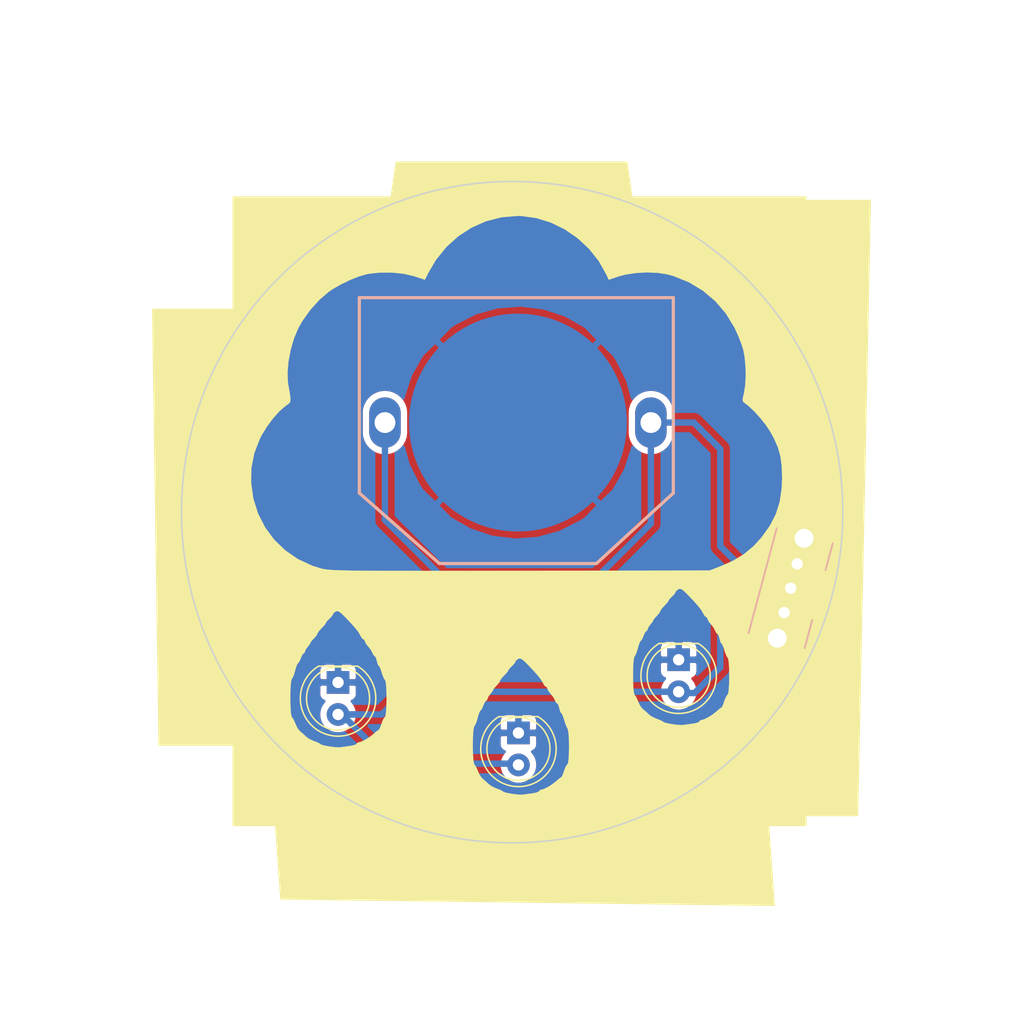
<source format=kicad_pcb>
(kicad_pcb (version 20171130) (host pcbnew "(5.1.8)-1")

  (general
    (thickness 1.6)
    (drawings 11)
    (tracks 22)
    (zones 0)
    (modules 6)
    (nets 5)
  )

  (page A4)
  (title_block
    (title "RainCloud Blinky")
  )

  (layers
    (0 F.Cu signal)
    (31 B.Cu signal)
    (32 B.Adhes user)
    (33 F.Adhes user)
    (34 B.Paste user)
    (35 F.Paste user)
    (36 B.SilkS user)
    (37 F.SilkS user)
    (38 B.Mask user)
    (39 F.Mask user)
    (40 Dwgs.User user)
    (41 Cmts.User user)
    (42 Eco1.User user)
    (43 Eco2.User user)
    (44 Edge.Cuts user)
    (45 Margin user)
    (46 B.CrtYd user)
    (47 F.CrtYd user)
    (48 B.Fab user)
    (49 F.Fab user)
  )

  (setup
    (last_trace_width 0.254)
    (user_trace_width 0.508)
    (trace_clearance 0.2)
    (zone_clearance 0.508)
    (zone_45_only no)
    (trace_min 0.254)
    (via_size 0.8)
    (via_drill 0.4)
    (via_min_size 0.4)
    (via_min_drill 0.3)
    (uvia_size 0.3)
    (uvia_drill 0.1)
    (uvias_allowed no)
    (uvia_min_size 0.2)
    (uvia_min_drill 0.1)
    (edge_width 0.05)
    (segment_width 0.2)
    (pcb_text_width 0.3)
    (pcb_text_size 1.5 1.5)
    (mod_edge_width 0.12)
    (mod_text_size 1 1)
    (mod_text_width 0.15)
    (pad_size 1.524 1.524)
    (pad_drill 0.762)
    (pad_to_mask_clearance 0.05)
    (aux_axis_origin 0 0)
    (visible_elements 7FFFFFFF)
    (pcbplotparams
      (layerselection 0x00020_7ffffffe)
      (usegerberextensions false)
      (usegerberattributes true)
      (usegerberadvancedattributes true)
      (creategerberjobfile true)
      (excludeedgelayer true)
      (linewidth 0.100000)
      (plotframeref false)
      (viasonmask false)
      (mode 1)
      (useauxorigin false)
      (hpglpennumber 1)
      (hpglpenspeed 20)
      (hpglpendiameter 15.000000)
      (psnegative false)
      (psa4output false)
      (plotreference true)
      (plotvalue true)
      (plotinvisibletext false)
      (padsonsilk false)
      (subtractmaskfromsilk true)
      (outputformat 1)
      (mirror false)
      (drillshape 0)
      (scaleselection 1)
      (outputdirectory "RainCloudGerbers/"))
  )

  (net 0 "")
  (net 1 VCC)
  (net 2 GND)
  (net 3 "Net-(SW1-Pad1)")
  (net 4 /LED+)

  (net_class Default "This is the default net class."
    (clearance 0.2)
    (trace_width 0.254)
    (via_dia 0.8)
    (via_drill 0.4)
    (uvia_dia 0.3)
    (uvia_drill 0.1)
    (diff_pair_width 0.254)
    (diff_pair_gap 0.25)
    (add_net /LED+)
    (add_net GND)
    (add_net "Net-(SW1-Pad1)")
    (add_net VCC)
  )

  (module RainCloud:NEGATIVE (layer F.Cu) (tedit 0) (tstamp 5FFD0158)
    (at 111.887 100.33)
    (fp_text reference G*** (at 0 0) (layer F.SilkS) hide
      (effects (font (size 1.524 1.524) (thickness 0.3)))
    )
    (fp_text value LOGO (at 0.75 0) (layer F.SilkS) hide
      (effects (font (size 1.524 1.524) (thickness 0.3)))
    )
    (fp_poly (pts (xy 22.749565 24.958261) (xy -22.749565 24.958261) (xy -22.749565 14.643632) (xy -18.169476 14.643632)
      (xy -18.166707 15.152429) (xy -18.15035 15.625469) (xy -18.120412 16.011508) (xy -18.076902 16.259307)
      (xy -18.044042 16.320473) (xy -17.933326 16.467939) (xy -17.805655 16.740176) (xy -17.768094 16.841305)
      (xy -17.618193 17.162296) (xy -17.437609 17.407836) (xy -17.393617 17.446076) (xy -17.14471 17.655538)
      (xy -16.951739 17.843889) (xy -16.701144 18.031169) (xy -16.362601 18.195581) (xy -16.289131 18.221426)
      (xy -15.99928 18.33179) (xy -15.810635 18.434483) (xy -15.784761 18.460061) (xy -15.647008 18.52585)
      (xy -15.359585 18.595388) (xy -14.993197 18.657655) (xy -14.618551 18.70163) (xy -14.306351 18.716294)
      (xy -14.19087 18.708487) (xy -13.949167 18.674536) (xy -13.598733 18.627568) (xy -13.445435 18.607524)
      (xy -13.139958 18.548394) (xy -12.950851 18.474195) (xy -12.92087 18.435842) (xy -12.888523 18.398414)
      (xy -3.702519 18.398414) (xy -3.69975 18.907212) (xy -3.683393 19.380251) (xy -3.653456 19.766291)
      (xy -3.609946 20.014089) (xy -3.577085 20.075255) (xy -3.46637 20.222722) (xy -3.338698 20.494959)
      (xy -3.301137 20.596087) (xy -3.151236 20.917079) (xy -2.970652 21.162619) (xy -2.926661 21.200858)
      (xy -2.677754 21.410321) (xy -2.484783 21.598672) (xy -2.234187 21.785951) (xy -1.895645 21.950364)
      (xy -1.822174 21.976208) (xy -1.532324 22.086573) (xy -1.343679 22.189266) (xy -1.317805 22.214844)
      (xy -1.180051 22.280633) (xy -0.892628 22.35017) (xy -0.52624 22.412437) (xy -0.151594 22.456413)
      (xy 0.160606 22.471076) (xy 0.276087 22.463269) (xy 0.51779 22.429319) (xy 0.868223 22.382351)
      (xy 1.021521 22.362306) (xy 1.326998 22.303176) (xy 1.516106 22.228978) (xy 1.546087 22.190625)
      (xy 1.631693 22.091575) (xy 1.66744 22.086957) (xy 1.917084 22.021894) (xy 2.258849 21.854575)
      (xy 2.61744 21.626809) (xy 2.886624 21.410038) (xy 3.113392 21.21335) (xy 3.272938 21.102241)
      (xy 3.300613 21.093044) (xy 3.373015 20.99732) (xy 3.471463 20.754619) (xy 3.520309 20.601788)
      (xy 3.632366 20.299891) (xy 3.748513 20.102827) (xy 3.792897 20.06802) (xy 3.847285 19.945879)
      (xy 3.887208 19.654858) (xy 3.912547 19.246479) (xy 3.923181 18.772266) (xy 3.918992 18.283742)
      (xy 3.899859 17.832431) (xy 3.865662 17.469853) (xy 3.816281 17.247534) (xy 3.799527 17.217191)
      (xy 3.699897 17.022154) (xy 3.585942 16.705569) (xy 3.536697 16.537609) (xy 3.439421 16.235125)
      (xy 3.348763 16.045578) (xy 3.310981 16.013044) (xy 3.237682 15.91665) (xy 3.165384 15.679399)
      (xy 3.154677 15.626522) (xy 3.082412 15.371711) (xy 2.998177 15.243588) (xy 2.984177 15.24)
      (xy 2.879534 15.148081) (xy 2.808622 14.991522) (xy 2.675279 14.735845) (xy 2.469875 14.479506)
      (xy 2.289786 14.256016) (xy 2.209019 14.073216) (xy 2.208695 14.065376) (xy 2.142582 13.928369)
      (xy 2.095893 13.914783) (xy 1.975992 13.824374) (xy 1.849427 13.611087) (xy 1.723315 13.381522)
      (xy 1.517649 13.102851) (xy 1.321553 12.876675) (xy 8.997481 12.876675) (xy 9.00025 13.385473)
      (xy 9.016607 13.858512) (xy 9.046544 14.244552) (xy 9.090054 14.49235) (xy 9.122915 14.553516)
      (xy 9.23363 14.700983) (xy 9.361302 14.97322) (xy 9.398863 15.074348) (xy 9.548764 15.39534)
      (xy 9.729348 15.64088) (xy 9.773339 15.679119) (xy 10.022246 15.888582) (xy 10.215217 16.076933)
      (xy 10.465813 16.264212) (xy 10.804355 16.428624) (xy 10.877826 16.454469) (xy 11.167676 16.564834)
      (xy 11.356321 16.667527) (xy 11.382195 16.693105) (xy 11.519949 16.758893) (xy 11.807372 16.828431)
      (xy 12.17376 16.890698) (xy 12.548406 16.934673) (xy 12.860606 16.949337) (xy 12.976087 16.94153)
      (xy 13.21779 16.907579) (xy 13.568223 16.860611) (xy 13.721521 16.840567) (xy 14.026998 16.781437)
      (xy 14.216106 16.707239) (xy 14.246087 16.668886) (xy 14.331693 16.569836) (xy 14.36744 16.565218)
      (xy 14.617084 16.500155) (xy 14.958849 16.332836) (xy 15.31744 16.10507) (xy 15.586624 15.888298)
      (xy 15.813392 15.69161) (xy 15.972938 15.580502) (xy 16.000613 15.571305) (xy 16.073015 15.475581)
      (xy 16.171463 15.23288) (xy 16.220309 15.080049) (xy 16.332368 14.778131) (xy 16.448517 14.581026)
      (xy 16.492897 14.546198) (xy 16.545752 14.42458) (xy 16.585264 14.133388) (xy 16.611278 13.723524)
      (xy 16.623639 13.245889) (xy 16.622191 12.751384) (xy 16.606779 12.29091) (xy 16.577249 11.915371)
      (xy 16.533444 11.675666) (xy 16.501824 11.619188) (xy 16.404972 11.473264) (xy 16.292494 11.191127)
      (xy 16.238994 11.01587) (xy 16.140442 10.713512) (xy 16.048983 10.523948) (xy 16.010981 10.491305)
      (xy 15.937682 10.394911) (xy 15.865384 10.15766) (xy 15.854677 10.104783) (xy 15.782412 9.849972)
      (xy 15.698177 9.721849) (xy 15.684177 9.718261) (xy 15.579534 9.626342) (xy 15.508622 9.469783)
      (xy 15.375279 9.214106) (xy 15.169875 8.957767) (xy 14.989786 8.734277) (xy 14.909019 8.551477)
      (xy 14.908695 8.543637) (xy 14.842582 8.40663) (xy 14.795893 8.393044) (xy 14.675992 8.302635)
      (xy 14.549427 8.089348) (xy 14.423315 7.859783) (xy 14.217649 7.581112) (xy 13.90763 7.223539)
      (xy 13.468455 6.757268) (xy 13.274471 6.557587) (xy 12.995979 6.289327) (xy 12.808513 6.16399)
      (xy 12.661905 6.154654) (xy 12.584253 6.187191) (xy 12.412207 6.322106) (xy 12.368695 6.409834)
      (xy 12.292637 6.549721) (xy 12.108011 6.743609) (xy 12.092608 6.757168) (xy 11.903312 6.946273)
      (xy 11.817037 7.080849) (xy 11.816521 7.086781) (xy 11.743403 7.212619) (xy 11.560634 7.418523)
      (xy 11.485217 7.492952) (xy 11.277492 7.716932) (xy 11.162206 7.890703) (xy 11.153913 7.924061)
      (xy 11.080364 8.071661) (xy 10.901145 8.277969) (xy 10.879734 8.298627) (xy 10.69357 8.49797)
      (xy 10.604817 8.637686) (xy 10.603647 8.64614) (xy 10.534023 8.782458) (xy 10.380869 8.970659)
      (xy 10.219898 9.189359) (xy 10.16 9.352563) (xy 10.098117 9.4857) (xy 10.058129 9.497392)
      (xy 9.960646 9.591482) (xy 9.849773 9.823801) (xy 9.828695 9.883913) (xy 9.72348 10.135806)
      (xy 9.626086 10.265663) (xy 9.610276 10.270435) (xy 9.53674 10.368241) (xy 9.444067 10.619916)
      (xy 9.381937 10.850218) (xy 9.283499 11.189581) (xy 9.179202 11.435037) (xy 9.122444 11.50873)
      (xy 9.070781 11.648147) (xy 9.032739 11.956771) (xy 9.008308 12.383361) (xy 8.997481 12.876675)
      (xy 1.321553 12.876675) (xy 1.20763 12.745278) (xy 0.768455 12.279007) (xy 0.574471 12.079326)
      (xy 0.295979 11.811066) (xy 0.108513 11.685729) (xy -0.038095 11.676393) (xy -0.115747 11.70893)
      (xy -0.287793 11.843845) (xy -0.331305 11.931573) (xy -0.407363 12.07146) (xy -0.591989 12.265349)
      (xy -0.607392 12.278907) (xy -0.796688 12.468012) (xy -0.882963 12.602588) (xy -0.883479 12.60852)
      (xy -0.956597 12.734358) (xy -1.139366 12.940262) (xy -1.214783 13.014691) (xy -1.422508 13.238671)
      (xy -1.537794 13.412442) (xy -1.546087 13.4458) (xy -1.619636 13.5934) (xy -1.798855 13.799708)
      (xy -1.820266 13.820366) (xy -2.00643 14.019709) (xy -2.095183 14.159425) (xy -2.096353 14.167879)
      (xy -2.165977 14.304197) (xy -2.319131 14.492398) (xy -2.480102 14.711098) (xy -2.54 14.874302)
      (xy -2.601883 15.007439) (xy -2.641871 15.019131) (xy -2.739354 15.113221) (xy -2.850227 15.34554)
      (xy -2.871305 15.405653) (xy -2.97652 15.657545) (xy -3.073914 15.787402) (xy -3.089724 15.792174)
      (xy -3.16326 15.88998) (xy -3.255933 16.141655) (xy -3.318063 16.371957) (xy -3.416501 16.71132)
      (xy -3.520798 16.956776) (xy -3.577556 17.030469) (xy -3.629219 17.169886) (xy -3.667261 17.47851)
      (xy -3.691692 17.9051) (xy -3.702519 18.398414) (xy -12.888523 18.398414) (xy -12.835264 18.336792)
      (xy -12.799516 18.332174) (xy -12.549873 18.267111) (xy -12.208107 18.099793) (xy -11.849517 17.872027)
      (xy -11.580333 17.655255) (xy -11.353564 17.458567) (xy -11.194018 17.347458) (xy -11.166344 17.338261)
      (xy -11.093941 17.242537) (xy -10.995493 16.999837) (xy -10.946647 16.847006) (xy -10.834588 16.545087)
      (xy -10.71844 16.347982) (xy -10.674059 16.313154) (xy -10.621204 16.191537) (xy -10.581692 15.900345)
      (xy -10.555678 15.490481) (xy -10.543318 15.012845) (xy -10.544766 14.51834) (xy -10.560177 14.057867)
      (xy -10.589708 13.682327) (xy -10.633513 13.442622) (xy -10.665132 13.386144) (xy -10.761985 13.240221)
      (xy -10.874462 12.958083) (xy -10.927963 12.782826) (xy -11.026514 12.480469) (xy -11.117974 12.290905)
      (xy -11.155975 12.258261) (xy -11.229274 12.161867) (xy -11.301573 11.924616) (xy -11.312279 11.87174)
      (xy -11.384544 11.616928) (xy -11.468779 11.488805) (xy -11.48278 11.485218) (xy -11.587422 11.393299)
      (xy -11.658335 11.23674) (xy -11.791677 10.981063) (xy -11.997081 10.724724) (xy -12.177171 10.501233)
      (xy -12.257938 10.318433) (xy -12.258261 10.310593) (xy -12.324374 10.173587) (xy -12.371064 10.16)
      (xy -12.490964 10.069591) (xy -12.61753 9.856305) (xy -12.743642 9.626739) (xy -12.949307 9.348068)
      (xy -13.259327 8.990496) (xy -13.698502 8.524225) (xy -13.892486 8.324543) (xy -14.170978 8.056284)
      (xy -14.358443 7.930947) (xy -14.505051 7.921611) (xy -14.582703 7.954147) (xy -14.754749 8.089062)
      (xy -14.798261 8.17679) (xy -14.87432 8.316678) (xy -15.058946 8.510566) (xy -15.074348 8.524124)
      (xy -15.263645 8.71323) (xy -15.349919 8.847806) (xy -15.350435 8.853738) (xy -15.423554 8.979575)
      (xy -15.606322 9.18548) (xy -15.681739 9.259909) (xy -15.889464 9.483889) (xy -16.004751 9.65766)
      (xy -16.013044 9.691017) (xy -16.086593 9.838618) (xy -16.265812 10.044926) (xy -16.287223 10.065583)
      (xy -16.473387 10.264926) (xy -16.56214 10.404643) (xy -16.56331 10.413096) (xy -16.632934 10.549415)
      (xy -16.786087 10.737616) (xy -16.947059 10.956315) (xy -17.006957 11.11952) (xy -17.068839 11.252657)
      (xy -17.108827 11.264348) (xy -17.206311 11.358438) (xy -17.317183 11.590758) (xy -17.338261 11.65087)
      (xy -17.443477 11.902763) (xy -17.54087 12.03262) (xy -17.55668 12.037392) (xy -17.630217 12.135198)
      (xy -17.722889 12.386873) (xy -17.785019 12.617174) (xy -17.883458 12.956537) (xy -17.987755 13.201994)
      (xy -18.044512 13.275687) (xy -18.096175 13.415103) (xy -18.134218 13.723727) (xy -18.158649 14.150317)
      (xy -18.169476 14.643632) (xy -22.749565 14.643632) (xy -22.749565 -2.263913) (xy -21.278463 -2.263913)
      (xy -21.100247 -0.998957) (xy -20.725396 0.188381) (xy -20.168772 1.279829) (xy -19.445235 2.257114)
      (xy -18.569647 3.101962) (xy -17.556869 3.796102) (xy -16.421761 4.32126) (xy -15.752193 4.531053)
      (xy -15.633718 4.56047) (xy -15.505272 4.586943) (xy -15.35534 4.610607) (xy -15.172408 4.631597)
      (xy -14.94496 4.650047) (xy -14.661481 4.666093) (xy -14.310456 4.679869) (xy -13.88037 4.691509)
      (xy -13.359707 4.70115) (xy -12.736954 4.708926) (xy -12.000595 4.714971) (xy -11.139114 4.719421)
      (xy -10.140997 4.72241) (xy -8.994729 4.724073) (xy -7.688795 4.724546) (xy -6.211679 4.723962)
      (xy -4.551867 4.722457) (xy -2.697843 4.720166) (xy -0.638092 4.717224) (xy 0.055217 4.716183)
      (xy 15.074348 4.693479) (xy 15.884934 4.38106) (xy 16.924128 3.920668) (xy 17.795354 3.394566)
      (xy 18.54946 2.767071) (xy 19.189562 2.062069) (xy 19.843931 1.146839) (xy 20.31609 0.227692)
      (xy 20.623002 -0.744591) (xy 20.781627 -1.819232) (xy 20.8135 -2.650434) (xy 20.784752 -3.569633)
      (xy 20.681001 -4.346924) (xy 20.483604 -5.053959) (xy 20.173918 -5.762387) (xy 19.851956 -6.345862)
      (xy 19.512057 -6.853149) (xy 19.083925 -7.391767) (xy 18.620962 -7.90178) (xy 18.176567 -8.323252)
      (xy 17.899408 -8.537351) (xy 17.753426 -8.646221) (xy 17.689036 -8.762418) (xy 17.69745 -8.951026)
      (xy 17.769879 -9.277127) (xy 17.788973 -9.355189) (xy 17.885093 -9.955188) (xy 17.925727 -10.685752)
      (xy 17.912202 -11.464008) (xy 17.845844 -12.207082) (xy 17.73366 -12.810434) (xy 17.598988 -13.233186)
      (xy 17.393927 -13.763151) (xy 17.153239 -14.313309) (xy 17.034739 -14.560055) (xy 16.359069 -15.675177)
      (xy 15.515972 -16.658077) (xy 14.526037 -17.492438) (xy 13.409854 -18.161941) (xy 12.188011 -18.650265)
      (xy 11.706087 -18.783517) (xy 10.962985 -18.900561) (xy 10.105046 -18.93348) (xy 9.220206 -18.885709)
      (xy 8.396397 -18.760684) (xy 7.923361 -18.635731) (xy 7.067157 -18.35542) (xy 6.883418 -18.757927)
      (xy 6.278182 -19.835039) (xy 5.507712 -20.804599) (xy 4.599429 -21.648495) (xy 3.580756 -22.348617)
      (xy 2.479111 -22.886852) (xy 1.321917 -23.24509) (xy 0.136594 -23.405218) (xy -0.163157 -23.412174)
      (xy -1.435041 -23.305007) (xy -2.654979 -22.991805) (xy -3.803418 -22.485014) (xy -4.860805 -21.79708)
      (xy -5.807584 -20.94045) (xy -6.624201 -19.927568) (xy -7.216766 -18.922568) (xy -7.502531 -18.353398)
      (xy -8.361918 -18.63347) (xy -9.176829 -18.824909) (xy -10.107321 -18.922081) (xy -11.067647 -18.921548)
      (xy -11.972059 -18.819877) (xy -12.147826 -18.785146) (xy -12.748648 -18.608537) (xy -13.443922 -18.32995)
      (xy -14.155888 -17.985705) (xy -14.806787 -17.612122) (xy -15.133461 -17.390619) (xy -15.882805 -16.744365)
      (xy -16.597313 -15.949589) (xy -17.217632 -15.077276) (xy -17.532559 -14.521427) (xy -17.867888 -13.727933)
      (xy -18.130861 -12.839724) (xy -18.309484 -11.92236) (xy -18.391761 -11.041402) (xy -18.365699 -10.262411)
      (xy -18.34192 -10.097497) (xy -18.242043 -9.519854) (xy -18.178458 -9.119345) (xy -18.156377 -8.85443)
      (xy -18.181008 -8.683573) (xy -18.25756 -8.565235) (xy -18.391244 -8.457878) (xy -18.562611 -8.337826)
      (xy -19.034954 -7.925608) (xy -19.535094 -7.366343) (xy -20.015762 -6.720705) (xy -20.429691 -6.049371)
      (xy -20.59255 -5.732119) (xy -21.027339 -4.600256) (xy -21.252982 -3.458658) (xy -21.278463 -2.263913)
      (xy -22.749565 -2.263913) (xy -22.749565 -24.95826) (xy 22.749565 -24.95826) (xy 22.749565 24.958261)) (layer F.SilkS) (width 0.01))
  )

  (module Button_Switch_THT:SW_CuK_OS102011MA1QN1_SPDT_Angled (layer B.Cu) (tedit 5A02FE31) (tstamp 5FA47977)
    (at 133.9 104.5 255)
    (descr "CuK miniature slide switch, OS series, SPDT, right angle, http://www.ckswitches.com/media/1428/os.pdf")
    (tags "switch SPDT")
    (path /5FA35B43)
    (fp_text reference SW1 (at 1.4 3.6 255) (layer B.SilkS) hide
      (effects (font (size 1 1) (thickness 0.15)) (justify mirror))
    )
    (fp_text value SW_SPDT (at 1.7 -7.7 255) (layer B.Fab)
      (effects (font (size 1 1) (thickness 0.15)) (justify mirror))
    )
    (fp_line (start -2.3 2.2) (end 6.3 2.2) (layer B.Fab) (width 0.1))
    (fp_line (start -2.3 2.2) (end -2.3 -2.2) (layer B.Fab) (width 0.1))
    (fp_line (start -2.3 -2.2) (end 6.3 -2.2) (layer B.Fab) (width 0.1))
    (fp_line (start 6.3 -2.2) (end 6.3 2.2) (layer B.Fab) (width 0.1))
    (fp_line (start 2 -2.2) (end 2 -6.2) (layer B.Fab) (width 0.1))
    (fp_line (start 2 -6.2) (end 0 -6.2) (layer B.Fab) (width 0.1))
    (fp_line (start 0 -6.2) (end 0 -2.2) (layer B.Fab) (width 0.1))
    (fp_line (start -2.3 2.3) (end 6.3 2.3) (layer B.SilkS) (width 0.15))
    (fp_line (start -2.3 -2.3) (end -0.1 -2.3) (layer B.SilkS) (width 0.15))
    (fp_line (start 4 -2.3) (end 6.3 -2.3) (layer B.SilkS) (width 0.15))
    (fp_line (start 7.7 2.7) (end 7.7 -6.7) (layer B.CrtYd) (width 0.05))
    (fp_line (start 7.7 -6.7) (end -3.7 -6.7) (layer B.CrtYd) (width 0.05))
    (fp_line (start -3.7 -6.7) (end -3.7 2.7) (layer B.CrtYd) (width 0.05))
    (fp_line (start -3.7 2.7) (end 7.7 2.7) (layer B.CrtYd) (width 0.05))
    (fp_text user %R (at 2.3 -1.7 255) (layer B.Fab)
      (effects (font (size 0.5 0.5) (thickness 0.1)) (justify mirror))
    )
    (pad "" thru_hole oval (at 6.1 0 255) (size 2.2 3.5) (drill 1.5) (layers *.Cu *.Mask))
    (pad "" thru_hole oval (at -2.1 0 255) (size 2.2 3.5) (drill 1.5) (layers *.Cu *.Mask))
    (pad 3 thru_hole oval (at 4 0 255) (size 1.5 2.5) (drill 0.9) (layers *.Cu *.Mask)
      (net 4 /LED+))
    (pad 2 thru_hole oval (at 2 0 255) (size 1.5 2.5) (drill 0.9) (layers *.Cu *.Mask)
      (net 1 VCC))
    (pad 1 thru_hole rect (at 0 0 255) (size 1.5 2.5) (drill 0.9) (layers *.Cu *.Mask)
      (net 3 "Net-(SW1-Pad1)"))
    (model ${KISYS3DMOD}/Button_Switch_THT.3dshapes/SW_CuK_OS102011MA1QN1_SPDT_Angled.wrl
      (at (xyz 0 0 0))
      (scale (xyz 1 1 1))
      (rotate (xyz 0 0 0))
    )
    (model "C:/Users/robyn/Downloads/sk-12d07-1p2t-1.snapshot.1/3Pins SPDT switch SK-12D07 1P2T.step"
      (offset (xyz -2.4 -2.3 4.5))
      (scale (xyz 1 1 1))
      (rotate (xyz 0 0 0))
    )
  )

  (module BlinkyBadge:BatteryHolder_MPD_BK888_2032_THRU (layer B.Cu) (tedit 5FA46AA5) (tstamp 5FA47934)
    (at 122.3 93.3 180)
    (path /5FA34E43)
    (fp_text reference BT1 (at 0 11.176) (layer B.SilkS) hide
      (effects (font (size 1 1) (thickness 0.15)) (justify mirror))
    )
    (fp_text value Battery_Cell (at -6.096 17.018) (layer B.Fab)
      (effects (font (size 1 1) (thickness 0.15)) (justify mirror))
    )
    (fp_line (start 4.318 -11.176) (end 16.764 -11.176) (layer B.SilkS) (width 0.254))
    (fp_line (start 4.318 -11.176) (end -1.778 -5.588) (layer B.SilkS) (width 0.254))
    (fp_line (start 16.764 -11.176) (end 23.114 -5.588) (layer B.SilkS) (width 0.254))
    (fp_line (start -1.778 9.906) (end 23.114 9.906) (layer B.SilkS) (width 0.254))
    (fp_line (start 23.114 9.906) (end 23.114 -5.588) (layer B.SilkS) (width 0.254))
    (fp_line (start -1.778 9.906) (end -1.778 -5.588) (layer B.SilkS) (width 0.254))
    (pad 1 thru_hole oval (at 0 0 180) (size 2.5 4) (drill 1.65) (layers *.Cu *.Mask)
      (net 1 VCC))
    (pad 1 thru_hole oval (at 21.082 0 180) (size 2.5 4) (drill 1.65) (layers *.Cu *.Mask)
      (net 1 VCC))
    (pad 2 smd circle (at 10.541 0 180) (size 17.272 17.272) (layers B.Cu B.Paste B.Mask)
      (net 2 GND))
    (model ${KISYS3DMOD}/Battery.3dshapes/BK-888.STEP
      (offset (xyz 10.5 -0.5 0))
      (scale (xyz 1 1 1))
      (rotate (xyz -90 0 180))
    )
  )

  (module LED_THT:LED_D5.0mm (layer F.Cu) (tedit 5995936A) (tstamp 5FA47946)
    (at 97.5 113.9 270)
    (descr "LED, diameter 5.0mm, 2 pins, http://cdn-reichelt.de/documents/datenblatt/A500/LL-504BC2E-009.pdf")
    (tags "LED diameter 5.0mm 2 pins")
    (path /5FA33C39)
    (fp_text reference D1 (at 1.27 -3.96 90) (layer F.SilkS) hide
      (effects (font (size 1 1) (thickness 0.15)))
    )
    (fp_text value LED (at 1.27 3.96 90) (layer F.Fab)
      (effects (font (size 1 1) (thickness 0.15)))
    )
    (fp_line (start 4.5 -3.25) (end -1.95 -3.25) (layer F.CrtYd) (width 0.05))
    (fp_line (start 4.5 3.25) (end 4.5 -3.25) (layer F.CrtYd) (width 0.05))
    (fp_line (start -1.95 3.25) (end 4.5 3.25) (layer F.CrtYd) (width 0.05))
    (fp_line (start -1.95 -3.25) (end -1.95 3.25) (layer F.CrtYd) (width 0.05))
    (fp_line (start -1.29 -1.545) (end -1.29 1.545) (layer F.SilkS) (width 0.12))
    (fp_line (start -1.23 -1.469694) (end -1.23 1.469694) (layer F.Fab) (width 0.1))
    (fp_circle (center 1.27 0) (end 3.77 0) (layer F.SilkS) (width 0.12))
    (fp_circle (center 1.27 0) (end 3.77 0) (layer F.Fab) (width 0.1))
    (fp_arc (start 1.27 0) (end -1.23 -1.469694) (angle 299.1) (layer F.Fab) (width 0.1))
    (fp_arc (start 1.27 0) (end -1.29 -1.54483) (angle 148.9) (layer F.SilkS) (width 0.12))
    (fp_arc (start 1.27 0) (end -1.29 1.54483) (angle -148.9) (layer F.SilkS) (width 0.12))
    (fp_text user %R (at 1.25 0 90) (layer F.Fab)
      (effects (font (size 0.8 0.8) (thickness 0.2)))
    )
    (pad 1 thru_hole rect (at 0 0 270) (size 1.8 1.8) (drill 0.9) (layers *.Cu *.Mask)
      (net 2 GND))
    (pad 2 thru_hole circle (at 2.54 0 270) (size 1.8 1.8) (drill 0.9) (layers *.Cu *.Mask)
      (net 4 /LED+))
    (model ${KISYS3DMOD}/LED_THT.3dshapes/LED_D5.0mm.wrl
      (at (xyz 0 0 0))
      (scale (xyz 1 1 1))
      (rotate (xyz 0 0 0))
    )
  )

  (module LED_THT:LED_D5.0mm (layer F.Cu) (tedit 5995936A) (tstamp 5FA47958)
    (at 111.8 117.9 270)
    (descr "LED, diameter 5.0mm, 2 pins, http://cdn-reichelt.de/documents/datenblatt/A500/LL-504BC2E-009.pdf")
    (tags "LED diameter 5.0mm 2 pins")
    (path /5FA3DB03)
    (fp_text reference D2 (at 1.27 -3.96 90) (layer F.SilkS) hide
      (effects (font (size 1 1) (thickness 0.15)))
    )
    (fp_text value LED (at 1.27 3.96 90) (layer F.Fab)
      (effects (font (size 1 1) (thickness 0.15)))
    )
    (fp_line (start 4.5 -3.25) (end -1.95 -3.25) (layer F.CrtYd) (width 0.05))
    (fp_line (start 4.5 3.25) (end 4.5 -3.25) (layer F.CrtYd) (width 0.05))
    (fp_line (start -1.95 3.25) (end 4.5 3.25) (layer F.CrtYd) (width 0.05))
    (fp_line (start -1.95 -3.25) (end -1.95 3.25) (layer F.CrtYd) (width 0.05))
    (fp_line (start -1.29 -1.545) (end -1.29 1.545) (layer F.SilkS) (width 0.12))
    (fp_line (start -1.23 -1.469694) (end -1.23 1.469694) (layer F.Fab) (width 0.1))
    (fp_circle (center 1.27 0) (end 3.77 0) (layer F.SilkS) (width 0.12))
    (fp_circle (center 1.27 0) (end 3.77 0) (layer F.Fab) (width 0.1))
    (fp_arc (start 1.27 0) (end -1.23 -1.469694) (angle 299.1) (layer F.Fab) (width 0.1))
    (fp_arc (start 1.27 0) (end -1.29 -1.54483) (angle 148.9) (layer F.SilkS) (width 0.12))
    (fp_arc (start 1.27 0) (end -1.29 1.54483) (angle -148.9) (layer F.SilkS) (width 0.12))
    (fp_text user %R (at 1.25 0 90) (layer F.Fab)
      (effects (font (size 0.8 0.8) (thickness 0.2)))
    )
    (pad 1 thru_hole rect (at 0 0 270) (size 1.8 1.8) (drill 0.9) (layers *.Cu *.Mask)
      (net 2 GND))
    (pad 2 thru_hole circle (at 2.54 0 270) (size 1.8 1.8) (drill 0.9) (layers *.Cu *.Mask)
      (net 4 /LED+))
    (model ${KISYS3DMOD}/LED_THT.3dshapes/LED_D5.0mm.wrl
      (at (xyz 0 0 0))
      (scale (xyz 1 1 1))
      (rotate (xyz 0 0 0))
    )
  )

  (module LED_THT:LED_D5.0mm (layer F.Cu) (tedit 5995936A) (tstamp 5FA4796A)
    (at 124.5 112.1 270)
    (descr "LED, diameter 5.0mm, 2 pins, http://cdn-reichelt.de/documents/datenblatt/A500/LL-504BC2E-009.pdf")
    (tags "LED diameter 5.0mm 2 pins")
    (path /5FA34798)
    (fp_text reference D3 (at 1.27 -3.96 90) (layer F.SilkS) hide
      (effects (font (size 1 1) (thickness 0.15)))
    )
    (fp_text value LED (at 1.27 3.96 90) (layer F.Fab)
      (effects (font (size 1 1) (thickness 0.15)))
    )
    (fp_circle (center 1.27 0) (end 3.77 0) (layer F.Fab) (width 0.1))
    (fp_circle (center 1.27 0) (end 3.77 0) (layer F.SilkS) (width 0.12))
    (fp_line (start -1.23 -1.469694) (end -1.23 1.469694) (layer F.Fab) (width 0.1))
    (fp_line (start -1.29 -1.545) (end -1.29 1.545) (layer F.SilkS) (width 0.12))
    (fp_line (start -1.95 -3.25) (end -1.95 3.25) (layer F.CrtYd) (width 0.05))
    (fp_line (start -1.95 3.25) (end 4.5 3.25) (layer F.CrtYd) (width 0.05))
    (fp_line (start 4.5 3.25) (end 4.5 -3.25) (layer F.CrtYd) (width 0.05))
    (fp_line (start 4.5 -3.25) (end -1.95 -3.25) (layer F.CrtYd) (width 0.05))
    (fp_text user %R (at 1.25 0 90) (layer F.Fab)
      (effects (font (size 0.8 0.8) (thickness 0.2)))
    )
    (fp_arc (start 1.27 0) (end -1.29 1.54483) (angle -148.9) (layer F.SilkS) (width 0.12))
    (fp_arc (start 1.27 0) (end -1.29 -1.54483) (angle 148.9) (layer F.SilkS) (width 0.12))
    (fp_arc (start 1.27 0) (end -1.23 -1.469694) (angle 299.1) (layer F.Fab) (width 0.1))
    (pad 2 thru_hole circle (at 2.54 0 270) (size 1.8 1.8) (drill 0.9) (layers *.Cu *.Mask)
      (net 4 /LED+))
    (pad 1 thru_hole rect (at 0 0 270) (size 1.8 1.8) (drill 0.9) (layers *.Cu *.Mask)
      (net 2 GND))
    (model ${KISYS3DMOD}/LED_THT.3dshapes/LED_D5.0mm.wrl
      (at (xyz 0 0 0))
      (scale (xyz 1 1 1))
      (rotate (xyz 0 0 0))
    )
  )

  (gr_circle (center 111.3 100.4) (end 144.4 100.4) (layer Eco1.User) (width 15))
  (gr_poly (pts (xy 120.904 76.2) (xy 101.6 76.2) (xy 102.108 72.644) (xy 120.396 72.644)) (layer F.SilkS) (width 0.1))
  (gr_poly (pts (xy 89.408 118.872) (xy 83.312 118.872) (xy 82.804 84.328) (xy 89.408 84.328)) (layer F.SilkS) (width 0.1))
  (gr_poly (pts (xy 131.572 124.46) (xy 132.08 131.572) (xy 92.964 131.064) (xy 92.456 123.952)) (layer F.SilkS) (width 0.1))
  (gr_poly (pts (xy 138.684 124.46) (xy 133.604 124.46) (xy 134.112 75.692) (xy 139.7 75.692)) (layer F.SilkS) (width 0.1))
  (gr_poly (pts (xy 114.4 100.9) (xy 113.9 101.6) (xy 113.1 102) (xy 112.3 102.2) (xy 111.3 102) (xy 110.7 101.7) (xy 110 100.9) (xy 109.7 100.2) (xy 109.7 99.5) (xy 114.9 99.5)) (layer F.Mask) (width 0.1))
  (gr_circle (center 121.7 93.795045) (end 125.904955 93.795045) (layer F.Mask) (width 1.016) (tstamp 5FAB07E4))
  (gr_arc (start 112.2 99.5) (end 109.6 99.5) (angle -180) (layer F.Mask) (width 0.635))
  (gr_line (start 109.6 99.5) (end 114.8 99.5) (layer F.Mask) (width 0.635))
  (gr_circle (center 100.7 93.795045) (end 104.904955 93.795045) (layer F.Mask) (width 1.016))
  (gr_circle (center 111.3 100.4) (end 137.5128 100.4) (layer Edge.Cuts) (width 0.127))

  (segment (start 127.8 103.1) (end 130.632695 105.932695) (width 0.508) (layer B.Cu) (net 1))
  (segment (start 122.3 93.3) (end 125.7 93.3) (width 0.508) (layer B.Cu) (net 1))
  (segment (start 130.632695 105.932695) (end 133.382362 106.431852) (width 0.508) (layer B.Cu) (net 1))
  (segment (start 127.8 95.4) (end 127.8 103.1) (width 0.508) (layer B.Cu) (net 1))
  (segment (start 125.7 93.3) (end 127.8 95.4) (width 0.508) (layer B.Cu) (net 1))
  (segment (start 122.3 101.3) (end 122.3 93.3) (width 0.508) (layer B.Cu) (net 1))
  (segment (start 118 105.6) (end 122.3 101.3) (width 0.508) (layer B.Cu) (net 1))
  (segment (start 105.8 105.6) (end 118 105.6) (width 0.508) (layer B.Cu) (net 1))
  (segment (start 101.218 93.3) (end 101.218 101.018) (width 0.508) (layer B.Cu) (net 1))
  (segment (start 101.218 101.018) (end 105.8 105.6) (width 0.508) (layer B.Cu) (net 1))
  (segment (start 101.7 120.34) (end 97.6 116.24) (width 0.508) (layer B.Cu) (net 4))
  (segment (start 112 120.34) (end 101.7 120.34) (width 0.508) (layer B.Cu) (net 4))
  (segment (start 125.76 114.74) (end 124.5 114.74) (width 0.508) (layer B.Cu) (net 4))
  (segment (start 127.8 112.7) (end 125.76 114.74) (width 0.508) (layer B.Cu) (net 4))
  (segment (start 127.8 109.5) (end 127.8 112.7) (width 0.508) (layer B.Cu) (net 4))
  (segment (start 132.864724 108.363703) (end 128.936297 108.363703) (width 0.508) (layer B.Cu) (net 4))
  (segment (start 124.5 114.74) (end 124.46 114.74) (width 0.508) (layer B.Cu) (net 4))
  (segment (start 128.936297 108.363703) (end 127.8 109.5) (width 0.508) (layer B.Cu) (net 4))
  (segment (start 99.46 116.44) (end 97.5 116.44) (width 0.508) (layer B.Cu) (net 4))
  (segment (start 124.5 114.64) (end 102.76 114.64) (width 0.508) (layer B.Cu) (net 4))
  (segment (start 100.96 116.44) (end 97.5 116.44) (width 0.508) (layer B.Cu) (net 4))
  (segment (start 102.76 114.64) (end 100.96 116.44) (width 0.508) (layer B.Cu) (net 4))

  (zone (net 2) (net_name GND) (layer B.Cu) (tstamp 5FFCB727) (hatch edge 0.508)
    (connect_pads (clearance 0.508))
    (min_thickness 0.254)
    (fill yes (arc_segments 32) (thermal_gap 0.508) (thermal_bridge_width 0.508))
    (polygon
      (pts
        (xy 142.7 131.4) (xy 81.1 131.5) (xy 81.2 73.7) (xy 141.2 73.4)
      )
    )
    (filled_polygon
      (pts
        (xy 114.298884 75.062553) (xy 116.277593 75.37595) (xy 118.225613 75.843628) (xy 120.130934 76.462705) (xy 121.98181 77.229363)
        (xy 123.766829 78.138875) (xy 125.474986 79.185635) (xy 127.095749 80.363188) (xy 128.619126 81.664275) (xy 130.035725 83.080874)
        (xy 131.336812 84.604251) (xy 132.514365 86.225014) (xy 133.561125 87.933171) (xy 134.470637 89.71819) (xy 135.237295 91.569066)
        (xy 135.856372 93.474387) (xy 136.32405 95.422407) (xy 136.637447 97.401116) (xy 136.794629 99.398313) (xy 136.794629 101.401687)
        (xy 136.736485 102.140474) (xy 136.722243 102.079392) (xy 136.581195 101.76809) (xy 136.382124 101.490288) (xy 136.132681 101.25666)
        (xy 135.842453 101.076185) (xy 135.602742 100.985965) (xy 134.182396 100.605385) (xy 133.92969 100.563663) (xy 133.588109 100.574846)
        (xy 133.255272 100.652453) (xy 132.94397 100.793501) (xy 132.666168 100.992572) (xy 132.43254 101.242014) (xy 132.252066 101.532242)
        (xy 132.131679 101.852102) (xy 132.076007 102.189302) (xy 132.08719 102.530883) (xy 132.164797 102.86372) (xy 132.305845 103.175022)
        (xy 132.310195 103.181093) (xy 132.270377 103.286887) (xy 131.882148 104.735776) (xy 131.861772 104.859189) (xy 131.865865 104.984206)
        (xy 131.894268 105.106023) (xy 131.945892 105.219957) (xy 131.976127 105.26215) (xy 131.967406 105.271461) (xy 131.064853 105.107617)
        (xy 128.689 102.731765) (xy 128.689 95.443659) (xy 128.6933 95.399999) (xy 128.689 95.356334) (xy 128.689 95.356333)
        (xy 128.676136 95.225726) (xy 128.676136 95.225724) (xy 128.625302 95.058147) (xy 128.621589 95.0512) (xy 128.542753 94.903709)
        (xy 128.431659 94.768341) (xy 128.397743 94.740507) (xy 126.359499 92.702264) (xy 126.331659 92.668341) (xy 126.196291 92.557247)
        (xy 126.041851 92.474697) (xy 125.874274 92.423864) (xy 125.743667 92.411) (xy 125.74366 92.411) (xy 125.7 92.4067)
        (xy 125.65634 92.411) (xy 124.18043 92.411) (xy 124.157725 92.180476) (xy 124.049939 91.825152) (xy 123.874903 91.497683)
        (xy 123.639345 91.210655) (xy 123.352317 90.975097) (xy 123.024848 90.800061) (xy 122.669524 90.692275) (xy 122.3 90.65588)
        (xy 121.930477 90.692275) (xy 121.575153 90.800061) (xy 121.247684 90.975097) (xy 120.960656 91.210655) (xy 120.840241 91.357381)
        (xy 120.454288 89.956772) (xy 119.634979 88.324645) (xy 119.369636 87.92753) (xy 118.323233 86.915372) (xy 111.938605 93.3)
        (xy 118.323233 99.684628) (xy 119.369636 98.67247) (xy 120.271516 97.084478) (xy 120.846265 95.351051) (xy 120.857189 95.263271)
        (xy 120.960655 95.389345) (xy 121.247683 95.624903) (xy 121.411001 95.712198) (xy 121.411 100.931765) (xy 117.631765 104.711)
        (xy 106.168236 104.711) (xy 102.107 100.649765) (xy 102.107 99.864233) (xy 105.374372 99.864233) (xy 106.38653 100.910636)
        (xy 107.974522 101.812516) (xy 109.707949 102.387265) (xy 111.520197 102.612796) (xy 113.341622 102.480442) (xy 115.102228 101.995288)
        (xy 116.734355 101.175979) (xy 117.13147 100.910636) (xy 118.143628 99.864233) (xy 111.759 93.479605) (xy 105.374372 99.864233)
        (xy 102.107 99.864233) (xy 102.107 95.712198) (xy 102.270317 95.624903) (xy 102.557345 95.389345) (xy 102.677759 95.24262)
        (xy 103.063712 96.643228) (xy 103.883021 98.275355) (xy 104.148364 98.67247) (xy 105.194767 99.684628) (xy 111.579395 93.3)
        (xy 105.194767 86.915372) (xy 104.148364 87.92753) (xy 103.246484 89.515522) (xy 102.671735 91.248949) (xy 102.660811 91.336729)
        (xy 102.557345 91.210655) (xy 102.270317 90.975097) (xy 101.942848 90.800061) (xy 101.587524 90.692275) (xy 101.218 90.65588)
        (xy 100.848477 90.692275) (xy 100.493153 90.800061) (xy 100.165684 90.975097) (xy 99.878656 91.210655) (xy 99.643098 91.497683)
        (xy 99.468062 91.825152) (xy 99.360275 92.180476) (xy 99.333 92.457403) (xy 99.333 94.142596) (xy 99.360275 94.419523)
        (xy 99.468061 94.774847) (xy 99.643097 95.102317) (xy 99.878655 95.389345) (xy 100.165683 95.624903) (xy 100.329 95.712198)
        (xy 100.329001 100.97433) (xy 100.3247 101.018) (xy 100.341864 101.192274) (xy 100.392698 101.359852) (xy 100.462418 101.490288)
        (xy 100.475248 101.514291) (xy 100.586342 101.649659) (xy 100.620259 101.677494) (xy 105.140506 106.197742) (xy 105.168341 106.231659)
        (xy 105.303709 106.342753) (xy 105.458149 106.425303) (xy 105.574892 106.460716) (xy 105.625725 106.476136) (xy 105.8 106.493301)
        (xy 105.843668 106.489) (xy 117.95634 106.489) (xy 118 106.4933) (xy 118.04366 106.489) (xy 118.043667 106.489)
        (xy 118.174274 106.476136) (xy 118.341851 106.425303) (xy 118.496291 106.342753) (xy 118.631659 106.231659) (xy 118.659499 106.197736)
        (xy 122.897737 101.959498) (xy 122.931659 101.931659) (xy 123.042753 101.796291) (xy 123.125303 101.641851) (xy 123.158552 101.532242)
        (xy 123.176136 101.474276) (xy 123.183285 101.401687) (xy 123.189 101.343667) (xy 123.189 101.343661) (xy 123.1933 101.300001)
        (xy 123.189 101.256341) (xy 123.189 95.712198) (xy 123.352317 95.624903) (xy 123.639345 95.389345) (xy 123.874903 95.102317)
        (xy 124.049939 94.774848) (xy 124.157725 94.419524) (xy 124.18043 94.189) (xy 125.331765 94.189) (xy 126.911 95.768236)
        (xy 126.911001 103.05633) (xy 126.9067 103.1) (xy 126.923864 103.274274) (xy 126.974698 103.441852) (xy 127.040755 103.565435)
        (xy 127.057248 103.596291) (xy 127.168342 103.731659) (xy 127.202259 103.759494) (xy 129.97849 106.535725) (xy 130.011719 106.574859)
        (xy 130.074457 106.62461) (xy 130.136403 106.675447) (xy 130.14304 106.678995) (xy 130.148931 106.683666) (xy 130.220171 106.720222)
        (xy 130.290843 106.757997) (xy 130.298043 106.760181) (xy 130.304733 106.763614) (xy 130.381744 106.785572) (xy 130.45842 106.808831)
        (xy 130.509522 106.813864) (xy 131.688475 107.027884) (xy 131.685912 107.029045) (xy 131.46415 107.187956) (xy 131.277652 107.387079)
        (xy 131.223163 107.474703) (xy 128.979957 107.474703) (xy 128.936297 107.470403) (xy 128.892637 107.474703) (xy 128.89263 107.474703)
        (xy 128.778622 107.485932) (xy 128.762022 107.487567) (xy 128.711189 107.502987) (xy 128.594446 107.5384) (xy 128.440006 107.62095)
        (xy 128.304638 107.732044) (xy 128.276802 107.765962) (xy 127.202264 108.840501) (xy 127.168341 108.868341) (xy 127.057247 109.00371)
        (xy 126.974697 109.15815) (xy 126.923864 109.325727) (xy 126.911 109.456334) (xy 126.911 109.45634) (xy 126.9067 109.5)
        (xy 126.911 109.54366) (xy 126.911001 112.331763) (xy 125.979072 113.263692) (xy 125.989502 113.24418) (xy 126.025812 113.124482)
        (xy 126.038072 113) (xy 126.035 112.38575) (xy 125.87625 112.227) (xy 124.627 112.227) (xy 124.627 112.247)
        (xy 124.373 112.247) (xy 124.373 112.227) (xy 123.12375 112.227) (xy 122.965 112.38575) (xy 122.961928 113)
        (xy 122.974188 113.124482) (xy 123.010498 113.24418) (xy 123.069463 113.354494) (xy 123.148815 113.451185) (xy 123.245506 113.530537)
        (xy 123.35582 113.589502) (xy 123.374127 113.595056) (xy 123.307688 113.661495) (xy 123.247883 113.751) (xy 102.803659 113.751)
        (xy 102.759999 113.7467) (xy 102.716339 113.751) (xy 102.716333 113.751) (xy 102.618924 113.760594) (xy 102.585724 113.763864)
        (xy 102.484058 113.794704) (xy 102.418149 113.814697) (xy 102.263709 113.897247) (xy 102.128341 114.008341) (xy 102.100501 114.042264)
        (xy 100.591765 115.551) (xy 98.752117 115.551) (xy 98.692312 115.461495) (xy 98.625873 115.395056) (xy 98.64418 115.389502)
        (xy 98.754494 115.330537) (xy 98.851185 115.251185) (xy 98.930537 115.154494) (xy 98.989502 115.04418) (xy 99.025812 114.924482)
        (xy 99.038072 114.8) (xy 99.035 114.18575) (xy 98.87625 114.027) (xy 97.627 114.027) (xy 97.627 114.047)
        (xy 97.373 114.047) (xy 97.373 114.027) (xy 96.12375 114.027) (xy 95.965 114.18575) (xy 95.961928 114.8)
        (xy 95.974188 114.924482) (xy 96.010498 115.04418) (xy 96.069463 115.154494) (xy 96.148815 115.251185) (xy 96.245506 115.330537)
        (xy 96.35582 115.389502) (xy 96.374127 115.395056) (xy 96.307688 115.461495) (xy 96.139701 115.712905) (xy 96.023989 115.992257)
        (xy 95.965 116.288816) (xy 95.965 116.591184) (xy 96.023989 116.887743) (xy 96.139701 117.167095) (xy 96.307688 117.418505)
        (xy 96.521495 117.632312) (xy 96.772905 117.800299) (xy 97.052257 117.916011) (xy 97.348816 117.975) (xy 97.651184 117.975)
        (xy 97.947743 117.916011) (xy 97.997971 117.895206) (xy 101.040506 120.937742) (xy 101.068341 120.971659) (xy 101.203709 121.082753)
        (xy 101.358149 121.165303) (xy 101.474892 121.200716) (xy 101.525725 121.216136) (xy 101.7 121.233301) (xy 101.743668 121.229)
        (xy 110.481065 121.229) (xy 110.607688 121.418505) (xy 110.821495 121.632312) (xy 111.072905 121.800299) (xy 111.352257 121.916011)
        (xy 111.648816 121.975) (xy 111.951184 121.975) (xy 112.247743 121.916011) (xy 112.527095 121.800299) (xy 112.778505 121.632312)
        (xy 112.992312 121.418505) (xy 113.160299 121.167095) (xy 113.276011 120.887743) (xy 113.335 120.591184) (xy 113.335 120.288816)
        (xy 113.276011 119.992257) (xy 113.160299 119.712905) (xy 112.992312 119.461495) (xy 112.925873 119.395056) (xy 112.94418 119.389502)
        (xy 113.054494 119.330537) (xy 113.151185 119.251185) (xy 113.230537 119.154494) (xy 113.289502 119.04418) (xy 113.325812 118.924482)
        (xy 113.338072 118.8) (xy 113.335 118.18575) (xy 113.17625 118.027) (xy 111.927 118.027) (xy 111.927 118.047)
        (xy 111.673 118.047) (xy 111.673 118.027) (xy 110.42375 118.027) (xy 110.265 118.18575) (xy 110.261928 118.8)
        (xy 110.274188 118.924482) (xy 110.310498 119.04418) (xy 110.369463 119.154494) (xy 110.448815 119.251185) (xy 110.545506 119.330537)
        (xy 110.65582 119.389502) (xy 110.674127 119.395056) (xy 110.618183 119.451) (xy 102.068236 119.451) (xy 99.946235 117.329)
        (xy 100.91634 117.329) (xy 100.96 117.3333) (xy 101.00366 117.329) (xy 101.003667 117.329) (xy 101.134274 117.316136)
        (xy 101.301851 117.265303) (xy 101.456291 117.182753) (xy 101.591659 117.071659) (xy 101.619499 117.037736) (xy 101.657235 117)
        (xy 110.261928 117) (xy 110.265 117.61425) (xy 110.42375 117.773) (xy 111.673 117.773) (xy 111.673 116.52375)
        (xy 111.927 116.52375) (xy 111.927 117.773) (xy 113.17625 117.773) (xy 113.335 117.61425) (xy 113.338072 117)
        (xy 113.325812 116.875518) (xy 113.289502 116.75582) (xy 113.230537 116.645506) (xy 113.151185 116.548815) (xy 113.054494 116.469463)
        (xy 112.94418 116.410498) (xy 112.824482 116.374188) (xy 112.7 116.361928) (xy 112.08575 116.365) (xy 111.927 116.52375)
        (xy 111.673 116.52375) (xy 111.51425 116.365) (xy 110.9 116.361928) (xy 110.775518 116.374188) (xy 110.65582 116.410498)
        (xy 110.545506 116.469463) (xy 110.448815 116.548815) (xy 110.369463 116.645506) (xy 110.310498 116.75582) (xy 110.274188 116.875518)
        (xy 110.261928 117) (xy 101.657235 117) (xy 103.128235 115.529) (xy 123.247883 115.529) (xy 123.307688 115.618505)
        (xy 123.521495 115.832312) (xy 123.772905 116.000299) (xy 124.052257 116.116011) (xy 124.348816 116.175) (xy 124.651184 116.175)
        (xy 124.947743 116.116011) (xy 125.227095 116.000299) (xy 125.478505 115.832312) (xy 125.681817 115.629) (xy 125.71634 115.629)
        (xy 125.76 115.6333) (xy 125.80366 115.629) (xy 125.803667 115.629) (xy 125.934274 115.616136) (xy 126.101851 115.565303)
        (xy 126.256291 115.482753) (xy 126.391659 115.371659) (xy 126.419499 115.337736) (xy 128.397742 113.359494) (xy 128.431659 113.331659)
        (xy 128.542753 113.196291) (xy 128.625303 113.041851) (xy 128.676136 112.874274) (xy 128.689 112.743667) (xy 128.689 112.74366)
        (xy 128.6933 112.7) (xy 128.689 112.65634) (xy 128.689 109.868235) (xy 129.304533 109.252703) (xy 130.254199 109.252703)
        (xy 130.12975 109.452834) (xy 130.009363 109.772694) (xy 129.953691 110.109894) (xy 129.964874 110.451475) (xy 130.042481 110.784312)
        (xy 130.183529 111.095614) (xy 130.3826 111.373416) (xy 130.632042 111.607044) (xy 130.92227 111.787518) (xy 131.161982 111.877739)
        (xy 132.582326 112.258319) (xy 132.835033 112.300041) (xy 133.176615 112.288858) (xy 133.509452 112.211251) (xy 133.820753 112.070203)
        (xy 134.051148 111.905104) (xy 133.561125 112.866829) (xy 132.514365 114.574986) (xy 131.336812 116.195749) (xy 130.035725 117.719126)
        (xy 128.619126 119.135725) (xy 127.095749 120.436812) (xy 125.474986 121.614365) (xy 123.766829 122.661125) (xy 121.98181 123.570637)
        (xy 120.130934 124.337295) (xy 118.225613 124.956372) (xy 116.277593 125.42405) (xy 114.298884 125.737447) (xy 112.301687 125.894629)
        (xy 110.298313 125.894629) (xy 108.301116 125.737447) (xy 106.322407 125.42405) (xy 104.374387 124.956372) (xy 102.469066 124.337295)
        (xy 100.61819 123.570637) (xy 98.833171 122.661125) (xy 97.125014 121.614365) (xy 95.504251 120.436812) (xy 93.980874 119.135725)
        (xy 92.564275 117.719126) (xy 91.263188 116.195749) (xy 90.085635 114.574986) (xy 89.120483 113) (xy 95.961928 113)
        (xy 95.965 113.61425) (xy 96.12375 113.773) (xy 97.373 113.773) (xy 97.373 112.52375) (xy 97.627 112.52375)
        (xy 97.627 113.773) (xy 98.87625 113.773) (xy 99.035 113.61425) (xy 99.038072 113) (xy 99.025812 112.875518)
        (xy 98.989502 112.75582) (xy 98.930537 112.645506) (xy 98.851185 112.548815) (xy 98.754494 112.469463) (xy 98.64418 112.410498)
        (xy 98.524482 112.374188) (xy 98.4 112.361928) (xy 97.78575 112.365) (xy 97.627 112.52375) (xy 97.373 112.52375)
        (xy 97.21425 112.365) (xy 96.6 112.361928) (xy 96.475518 112.374188) (xy 96.35582 112.410498) (xy 96.245506 112.469463)
        (xy 96.148815 112.548815) (xy 96.069463 112.645506) (xy 96.010498 112.75582) (xy 95.974188 112.875518) (xy 95.961928 113)
        (xy 89.120483 113) (xy 89.038875 112.866829) (xy 88.189584 111.2) (xy 122.961928 111.2) (xy 122.965 111.81425)
        (xy 123.12375 111.973) (xy 124.373 111.973) (xy 124.373 110.72375) (xy 124.627 110.72375) (xy 124.627 111.973)
        (xy 125.87625 111.973) (xy 126.035 111.81425) (xy 126.038072 111.2) (xy 126.025812 111.075518) (xy 125.989502 110.95582)
        (xy 125.930537 110.845506) (xy 125.851185 110.748815) (xy 125.754494 110.669463) (xy 125.64418 110.610498) (xy 125.524482 110.574188)
        (xy 125.4 110.561928) (xy 124.78575 110.565) (xy 124.627 110.72375) (xy 124.373 110.72375) (xy 124.21425 110.565)
        (xy 123.6 110.561928) (xy 123.475518 110.574188) (xy 123.35582 110.610498) (xy 123.245506 110.669463) (xy 123.148815 110.748815)
        (xy 123.069463 110.845506) (xy 123.010498 110.95582) (xy 122.974188 111.075518) (xy 122.961928 111.2) (xy 88.189584 111.2)
        (xy 88.129363 111.08181) (xy 87.362705 109.230934) (xy 86.743628 107.325613) (xy 86.27595 105.377593) (xy 85.962553 103.398884)
        (xy 85.805371 101.401687) (xy 85.805371 99.398313) (xy 85.962553 97.401116) (xy 86.27595 95.422407) (xy 86.743628 93.474387)
        (xy 87.362705 91.569066) (xy 88.129363 89.71819) (xy 89.038875 87.933171) (xy 89.772645 86.735767) (xy 105.374372 86.735767)
        (xy 111.759 93.120395) (xy 118.143628 86.735767) (xy 117.13147 85.689364) (xy 115.543478 84.787484) (xy 113.810051 84.212735)
        (xy 111.997803 83.987204) (xy 110.176378 84.119558) (xy 108.415772 84.604712) (xy 106.783645 85.424021) (xy 106.38653 85.689364)
        (xy 105.374372 86.735767) (xy 89.772645 86.735767) (xy 90.085635 86.225014) (xy 91.263188 84.604251) (xy 92.564275 83.080874)
        (xy 93.980874 81.664275) (xy 95.504251 80.363188) (xy 97.125014 79.185635) (xy 98.833171 78.138875) (xy 100.61819 77.229363)
        (xy 102.469066 76.462705) (xy 104.374387 75.843628) (xy 106.322407 75.37595) (xy 108.301116 75.062553) (xy 110.298313 74.905371)
        (xy 112.301687 74.905371)
      )
    )
  )
  (zone (net 2) (net_name GND) (layer F.Cu) (tstamp 5FFCB724) (hatch edge 0.508)
    (connect_pads (clearance 0.508))
    (min_thickness 0.254)
    (fill yes (arc_segments 32) (thermal_gap 0.508) (thermal_bridge_width 0.508))
    (polygon
      (pts
        (xy 142.8 131.5) (xy 81.3 131.7) (xy 81 74) (xy 140.6 73.8)
      )
    )
    (filled_polygon
      (pts
        (xy 114.298884 75.062553) (xy 116.277593 75.37595) (xy 118.225613 75.843628) (xy 120.130934 76.462705) (xy 121.98181 77.229363)
        (xy 123.766829 78.138875) (xy 125.474986 79.185635) (xy 127.095749 80.363188) (xy 128.619126 81.664275) (xy 130.035725 83.080874)
        (xy 131.336812 84.604251) (xy 132.514365 86.225014) (xy 133.561125 87.933171) (xy 134.470637 89.71819) (xy 135.237295 91.569066)
        (xy 135.856372 93.474387) (xy 136.32405 95.422407) (xy 136.637447 97.401116) (xy 136.794629 99.398313) (xy 136.794629 101.401687)
        (xy 136.736485 102.140474) (xy 136.722243 102.079392) (xy 136.581195 101.76809) (xy 136.382124 101.490288) (xy 136.132681 101.25666)
        (xy 135.842453 101.076185) (xy 135.602742 100.985965) (xy 134.182396 100.605385) (xy 133.92969 100.563663) (xy 133.588109 100.574846)
        (xy 133.255272 100.652453) (xy 132.94397 100.793501) (xy 132.666168 100.992572) (xy 132.43254 101.242014) (xy 132.252066 101.532242)
        (xy 132.131679 101.852102) (xy 132.076007 102.189302) (xy 132.08719 102.530883) (xy 132.164797 102.86372) (xy 132.305845 103.175022)
        (xy 132.310195 103.181093) (xy 132.270377 103.286887) (xy 131.882148 104.735776) (xy 131.861772 104.859189) (xy 131.865865 104.984206)
        (xy 131.894268 105.106023) (xy 131.945892 105.219957) (xy 131.976127 105.26215) (xy 131.79529 105.455228) (xy 131.651221 105.686908)
        (xy 131.55512 105.942243) (xy 131.510678 106.211419) (xy 131.519605 106.484094) (xy 131.581555 106.749788) (xy 131.694151 106.998291)
        (xy 131.708768 107.018689) (xy 131.685912 107.029045) (xy 131.46415 107.187956) (xy 131.277652 107.387079) (xy 131.133583 107.618759)
        (xy 131.037482 107.874094) (xy 130.99304 108.14327) (xy 131.001967 108.415945) (xy 131.047613 108.611713) (xy 130.821654 108.714093)
        (xy 130.543852 108.913164) (xy 130.310224 109.162606) (xy 130.12975 109.452834) (xy 130.009363 109.772694) (xy 129.953691 110.109894)
        (xy 129.964874 110.451475) (xy 130.042481 110.784312) (xy 130.183529 111.095614) (xy 130.3826 111.373416) (xy 130.632042 111.607044)
        (xy 130.92227 111.787518) (xy 131.161982 111.877739) (xy 132.582326 112.258319) (xy 132.835033 112.300041) (xy 133.176615 112.288858)
        (xy 133.509452 112.211251) (xy 133.820753 112.070203) (xy 134.051148 111.905104) (xy 133.561125 112.866829) (xy 132.514365 114.574986)
        (xy 131.336812 116.195749) (xy 130.035725 117.719126) (xy 128.619126 119.135725) (xy 127.095749 120.436812) (xy 125.474986 121.614365)
        (xy 123.766829 122.661125) (xy 121.98181 123.570637) (xy 120.130934 124.337295) (xy 118.225613 124.956372) (xy 116.277593 125.42405)
        (xy 114.298884 125.737447) (xy 112.301687 125.894629) (xy 110.298313 125.894629) (xy 108.301116 125.737447) (xy 106.322407 125.42405)
        (xy 104.374387 124.956372) (xy 102.469066 124.337295) (xy 100.61819 123.570637) (xy 98.833171 122.661125) (xy 97.125014 121.614365)
        (xy 95.504251 120.436812) (xy 93.980874 119.135725) (xy 93.645149 118.8) (xy 110.261928 118.8) (xy 110.274188 118.924482)
        (xy 110.310498 119.04418) (xy 110.369463 119.154494) (xy 110.448815 119.251185) (xy 110.545506 119.330537) (xy 110.65582 119.389502)
        (xy 110.674127 119.395056) (xy 110.607688 119.461495) (xy 110.439701 119.712905) (xy 110.323989 119.992257) (xy 110.265 120.288816)
        (xy 110.265 120.591184) (xy 110.323989 120.887743) (xy 110.439701 121.167095) (xy 110.607688 121.418505) (xy 110.821495 121.632312)
        (xy 111.072905 121.800299) (xy 111.352257 121.916011) (xy 111.648816 121.975) (xy 111.951184 121.975) (xy 112.247743 121.916011)
        (xy 112.527095 121.800299) (xy 112.778505 121.632312) (xy 112.992312 121.418505) (xy 113.160299 121.167095) (xy 113.276011 120.887743)
        (xy 113.335 120.591184) (xy 113.335 120.288816) (xy 113.276011 119.992257) (xy 113.160299 119.712905) (xy 112.992312 119.461495)
        (xy 112.925873 119.395056) (xy 112.94418 119.389502) (xy 113.054494 119.330537) (xy 113.151185 119.251185) (xy 113.230537 119.154494)
        (xy 113.289502 119.04418) (xy 113.325812 118.924482) (xy 113.338072 118.8) (xy 113.335 118.18575) (xy 113.17625 118.027)
        (xy 111.927 118.027) (xy 111.927 118.047) (xy 111.673 118.047) (xy 111.673 118.027) (xy 110.42375 118.027)
        (xy 110.265 118.18575) (xy 110.261928 118.8) (xy 93.645149 118.8) (xy 92.564275 117.719126) (xy 91.263188 116.195749)
        (xy 90.249118 114.8) (xy 95.961928 114.8) (xy 95.974188 114.924482) (xy 96.010498 115.04418) (xy 96.069463 115.154494)
        (xy 96.148815 115.251185) (xy 96.245506 115.330537) (xy 96.35582 115.389502) (xy 96.374127 115.395056) (xy 96.307688 115.461495)
        (xy 96.139701 115.712905) (xy 96.023989 115.992257) (xy 95.965 116.288816) (xy 95.965 116.591184) (xy 96.023989 116.887743)
        (xy 96.139701 117.167095) (xy 96.307688 117.418505) (xy 96.521495 117.632312) (xy 96.772905 117.800299) (xy 97.052257 117.916011)
        (xy 97.348816 117.975) (xy 97.651184 117.975) (xy 97.947743 117.916011) (xy 98.227095 117.800299) (xy 98.478505 117.632312)
        (xy 98.692312 117.418505) (xy 98.860299 117.167095) (xy 98.929512 117) (xy 110.261928 117) (xy 110.265 117.61425)
        (xy 110.42375 117.773) (xy 111.673 117.773) (xy 111.673 116.52375) (xy 111.927 116.52375) (xy 111.927 117.773)
        (xy 113.17625 117.773) (xy 113.335 117.61425) (xy 113.338072 117) (xy 113.325812 116.875518) (xy 113.289502 116.75582)
        (xy 113.230537 116.645506) (xy 113.151185 116.548815) (xy 113.054494 116.469463) (xy 112.94418 116.410498) (xy 112.824482 116.374188)
        (xy 112.7 116.361928) (xy 112.08575 116.365) (xy 111.927 116.52375) (xy 111.673 116.52375) (xy 111.51425 116.365)
        (xy 110.9 116.361928) (xy 110.775518 116.374188) (xy 110.65582 116.410498) (xy 110.545506 116.469463) (xy 110.448815 116.548815)
        (xy 110.369463 116.645506) (xy 110.310498 116.75582) (xy 110.274188 116.875518) (xy 110.261928 117) (xy 98.929512 117)
        (xy 98.976011 116.887743) (xy 99.035 116.591184) (xy 99.035 116.288816) (xy 98.976011 115.992257) (xy 98.860299 115.712905)
        (xy 98.692312 115.461495) (xy 98.625873 115.395056) (xy 98.64418 115.389502) (xy 98.754494 115.330537) (xy 98.851185 115.251185)
        (xy 98.930537 115.154494) (xy 98.989502 115.04418) (xy 99.025812 114.924482) (xy 99.038072 114.8) (xy 99.035 114.18575)
        (xy 98.87625 114.027) (xy 97.627 114.027) (xy 97.627 114.047) (xy 97.373 114.047) (xy 97.373 114.027)
        (xy 96.12375 114.027) (xy 95.965 114.18575) (xy 95.961928 114.8) (xy 90.249118 114.8) (xy 90.085635 114.574986)
        (xy 89.120483 113) (xy 95.961928 113) (xy 95.965 113.61425) (xy 96.12375 113.773) (xy 97.373 113.773)
        (xy 97.373 112.52375) (xy 97.627 112.52375) (xy 97.627 113.773) (xy 98.87625 113.773) (xy 99.035 113.61425)
        (xy 99.038072 113) (xy 122.961928 113) (xy 122.974188 113.124482) (xy 123.010498 113.24418) (xy 123.069463 113.354494)
        (xy 123.148815 113.451185) (xy 123.245506 113.530537) (xy 123.35582 113.589502) (xy 123.374127 113.595056) (xy 123.307688 113.661495)
        (xy 123.139701 113.912905) (xy 123.023989 114.192257) (xy 122.965 114.488816) (xy 122.965 114.791184) (xy 123.023989 115.087743)
        (xy 123.139701 115.367095) (xy 123.307688 115.618505) (xy 123.521495 115.832312) (xy 123.772905 116.000299) (xy 124.052257 116.116011)
        (xy 124.348816 116.175) (xy 124.651184 116.175) (xy 124.947743 116.116011) (xy 125.227095 116.000299) (xy 125.478505 115.832312)
        (xy 125.692312 115.618505) (xy 125.860299 115.367095) (xy 125.976011 115.087743) (xy 126.035 114.791184) (xy 126.035 114.488816)
        (xy 125.976011 114.192257) (xy 125.860299 113.912905) (xy 125.692312 113.661495) (xy 125.625873 113.595056) (xy 125.64418 113.589502)
        (xy 125.754494 113.530537) (xy 125.851185 113.451185) (xy 125.930537 113.354494) (xy 125.989502 113.24418) (xy 126.025812 113.124482)
        (xy 126.038072 113) (xy 126.035 112.38575) (xy 125.87625 112.227) (xy 124.627 112.227) (xy 124.627 112.247)
        (xy 124.373 112.247) (xy 124.373 112.227) (xy 123.12375 112.227) (xy 122.965 112.38575) (xy 122.961928 113)
        (xy 99.038072 113) (xy 99.025812 112.875518) (xy 98.989502 112.75582) (xy 98.930537 112.645506) (xy 98.851185 112.548815)
        (xy 98.754494 112.469463) (xy 98.64418 112.410498) (xy 98.524482 112.374188) (xy 98.4 112.361928) (xy 97.78575 112.365)
        (xy 97.627 112.52375) (xy 97.373 112.52375) (xy 97.21425 112.365) (xy 96.6 112.361928) (xy 96.475518 112.374188)
        (xy 96.35582 112.410498) (xy 96.245506 112.469463) (xy 96.148815 112.548815) (xy 96.069463 112.645506) (xy 96.010498 112.75582)
        (xy 95.974188 112.875518) (xy 95.961928 113) (xy 89.120483 113) (xy 89.038875 112.866829) (xy 88.189584 111.2)
        (xy 122.961928 111.2) (xy 122.965 111.81425) (xy 123.12375 111.973) (xy 124.373 111.973) (xy 124.373 110.72375)
        (xy 124.627 110.72375) (xy 124.627 111.973) (xy 125.87625 111.973) (xy 126.035 111.81425) (xy 126.038072 111.2)
        (xy 126.025812 111.075518) (xy 125.989502 110.95582) (xy 125.930537 110.845506) (xy 125.851185 110.748815) (xy 125.754494 110.669463)
        (xy 125.64418 110.610498) (xy 125.524482 110.574188) (xy 125.4 110.561928) (xy 124.78575 110.565) (xy 124.627 110.72375)
        (xy 124.373 110.72375) (xy 124.21425 110.565) (xy 123.6 110.561928) (xy 123.475518 110.574188) (xy 123.35582 110.610498)
        (xy 123.245506 110.669463) (xy 123.148815 110.748815) (xy 123.069463 110.845506) (xy 123.010498 110.95582) (xy 122.974188 111.075518)
        (xy 122.961928 111.2) (xy 88.189584 111.2) (xy 88.129363 111.08181) (xy 87.362705 109.230934) (xy 86.743628 107.325613)
        (xy 86.27595 105.377593) (xy 85.962553 103.398884) (xy 85.805371 101.401687) (xy 85.805371 99.398313) (xy 85.962553 97.401116)
        (xy 86.27595 95.422407) (xy 86.743628 93.474387) (xy 87.074066 92.457403) (xy 99.333 92.457403) (xy 99.333 94.142596)
        (xy 99.360275 94.419523) (xy 99.468061 94.774847) (xy 99.643097 95.102317) (xy 99.878655 95.389345) (xy 100.165683 95.624903)
        (xy 100.493152 95.799939) (xy 100.848476 95.907725) (xy 101.218 95.94412) (xy 101.587523 95.907725) (xy 101.942847 95.799939)
        (xy 102.270317 95.624903) (xy 102.557345 95.389345) (xy 102.792903 95.102317) (xy 102.967939 94.774848) (xy 103.075725 94.419524)
        (xy 103.103 94.142597) (xy 103.103 92.457403) (xy 120.415 92.457403) (xy 120.415 94.142596) (xy 120.442275 94.419523)
        (xy 120.550061 94.774847) (xy 120.725097 95.102317) (xy 120.960655 95.389345) (xy 121.247683 95.624903) (xy 121.575152 95.799939)
        (xy 121.930476 95.907725) (xy 122.3 95.94412) (xy 122.669523 95.907725) (xy 123.024847 95.799939) (xy 123.352317 95.624903)
        (xy 123.639345 95.389345) (xy 123.874903 95.102317) (xy 124.049939 94.774848) (xy 124.157725 94.419524) (xy 124.185 94.142597)
        (xy 124.185 92.457403) (xy 124.157725 92.180476) (xy 124.049939 91.825152) (xy 123.874903 91.497683) (xy 123.639345 91.210655)
        (xy 123.352317 90.975097) (xy 123.024848 90.800061) (xy 122.669524 90.692275) (xy 122.3 90.65588) (xy 121.930477 90.692275)
        (xy 121.575153 90.800061) (xy 121.247684 90.975097) (xy 120.960656 91.210655) (xy 120.725098 91.497683) (xy 120.550062 91.825152)
        (xy 120.442275 92.180476) (xy 120.415 92.457403) (xy 103.103 92.457403) (xy 103.075725 92.180476) (xy 102.967939 91.825152)
        (xy 102.792903 91.497683) (xy 102.557345 91.210655) (xy 102.270317 90.975097) (xy 101.942848 90.800061) (xy 101.587524 90.692275)
        (xy 101.218 90.65588) (xy 100.848477 90.692275) (xy 100.493153 90.800061) (xy 100.165684 90.975097) (xy 99.878656 91.210655)
        (xy 99.643098 91.497683) (xy 99.468062 91.825152) (xy 99.360275 92.180476) (xy 99.333 92.457403) (xy 87.074066 92.457403)
        (xy 87.362705 91.569066) (xy 88.129363 89.71819) (xy 89.038875 87.933171) (xy 90.085635 86.225014) (xy 91.263188 84.604251)
        (xy 92.564275 83.080874) (xy 93.980874 81.664275) (xy 95.504251 80.363188) (xy 97.125014 79.185635) (xy 98.833171 78.138875)
        (xy 100.61819 77.229363) (xy 102.469066 76.462705) (xy 104.374387 75.843628) (xy 106.322407 75.37595) (xy 108.301116 75.062553)
        (xy 110.298313 74.905371) (xy 112.301687 74.905371)
      )
    )
  )
)

</source>
